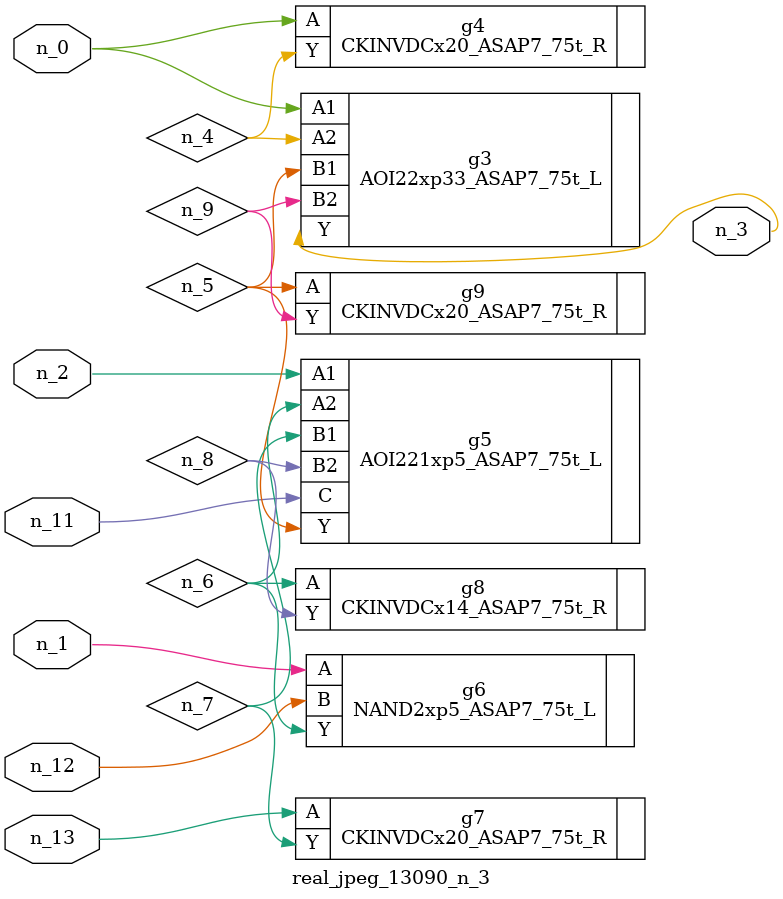
<source format=v>
module real_jpeg_13090_n_3 (n_12, n_0, n_1, n_11, n_2, n_13, n_3);

input n_12;
input n_0;
input n_1;
input n_11;
input n_2;
input n_13;

output n_3;

wire n_5;
wire n_4;
wire n_8;
wire n_6;
wire n_7;
wire n_9;

AOI22xp33_ASAP7_75t_L g3 ( 
.A1(n_0),
.A2(n_4),
.B1(n_5),
.B2(n_9),
.Y(n_3)
);

CKINVDCx20_ASAP7_75t_R g4 ( 
.A(n_0),
.Y(n_4)
);

NAND2xp5_ASAP7_75t_L g6 ( 
.A(n_1),
.B(n_12),
.Y(n_6)
);

AOI221xp5_ASAP7_75t_L g5 ( 
.A1(n_2),
.A2(n_6),
.B1(n_7),
.B2(n_8),
.C(n_11),
.Y(n_5)
);

CKINVDCx20_ASAP7_75t_R g9 ( 
.A(n_5),
.Y(n_9)
);

CKINVDCx14_ASAP7_75t_R g8 ( 
.A(n_6),
.Y(n_8)
);

CKINVDCx20_ASAP7_75t_R g7 ( 
.A(n_13),
.Y(n_7)
);


endmodule
</source>
